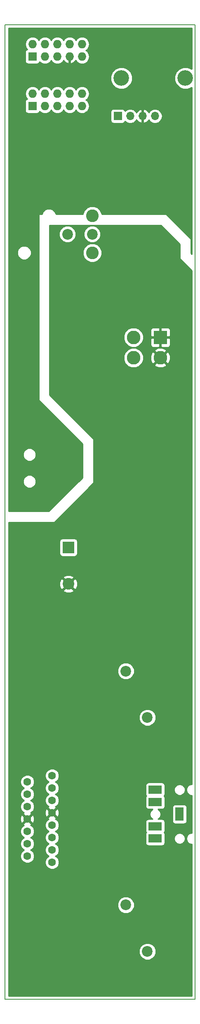
<source format=gbr>
G04 #@! TF.GenerationSoftware,KiCad,Pcbnew,(5.0.0-rc2-dev-311-g1dd4af297)*
G04 #@! TF.CreationDate,2018-05-17T15:00:25+02:00*
G04 #@! TF.ProjectId,resetUSB,72657365745553422E6B696361645F70,1.0*
G04 #@! TF.SameCoordinates,PX6ad8e7cPY2bcdfd4*
G04 #@! TF.FileFunction,Copper,L2,Bot,Signal*
G04 #@! TF.FilePolarity,Positive*
%FSLAX46Y46*%
G04 Gerber Fmt 4.6, Leading zero omitted, Abs format (unit mm)*
G04 Created by KiCad (PCBNEW (5.0.0-rc2-dev-311-g1dd4af297)) date 05/17/18 15:00:25*
%MOMM*%
%LPD*%
G01*
G04 APERTURE LIST*
%ADD10C,0.150000*%
%ADD11C,2.200000*%
%ADD12R,2.800000X2.800000*%
%ADD13C,2.800000*%
%ADD14C,2.600000*%
%ADD15R,2.700000X1.700000*%
%ADD16R,1.700000X2.700000*%
%ADD17C,3.200000*%
%ADD18R,2.400000X2.400000*%
%ADD19C,2.400000*%
%ADD20R,1.727200X1.727200*%
%ADD21O,1.727200X1.727200*%
%ADD22O,1.700000X1.700000*%
%ADD23R,1.700000X1.700000*%
%ADD24C,1.600000*%
%ADD25C,1.300000*%
%ADD26C,0.750000*%
%ADD27C,0.254000*%
G04 APERTURE END LIST*
D10*
X39000000Y0D02*
X39000000Y-200000000D01*
X0Y0D02*
X0Y-200000000D01*
X39000000Y0D02*
X0Y0D01*
X39000000Y-200000000D02*
X0Y-200000000D01*
D11*
X29210000Y-142180000D03*
X24770000Y-132650000D03*
D12*
X31864000Y-64161000D03*
D13*
X31864000Y-68361000D03*
X26364000Y-64161000D03*
X26364000Y-68361000D03*
D11*
X12810000Y-43000000D03*
X17890000Y-43000000D03*
D14*
X17890000Y-46810000D03*
X17890000Y-39190000D03*
D15*
X30814000Y-167000000D03*
X30814000Y-157000000D03*
X30814000Y-164500000D03*
X30814000Y-159500000D03*
D16*
X35814000Y-162000000D03*
D17*
X37000000Y-10973000D03*
X23860000Y-10973000D03*
D18*
X13000000Y-107280000D03*
D19*
X13000000Y-114780000D03*
D11*
X24770000Y-180650000D03*
X29210000Y-190180000D03*
D20*
X5614000Y-6529000D03*
D21*
X5614000Y-3989000D03*
X8154000Y-6529000D03*
X8154000Y-3989000D03*
X10694000Y-6529000D03*
X10694000Y-3989000D03*
X13234000Y-6529000D03*
X13234000Y-3989000D03*
X15774000Y-6529000D03*
X15774000Y-3989000D03*
X15774000Y-14149000D03*
X15774000Y-16689000D03*
X13234000Y-14149000D03*
X13234000Y-16689000D03*
X10694000Y-14149000D03*
X10694000Y-16689000D03*
X8154000Y-14149000D03*
X8154000Y-16689000D03*
X5614000Y-14149000D03*
D20*
X5614000Y-16689000D03*
D22*
X30760000Y-18761000D03*
X28220000Y-18761000D03*
X25680000Y-18761000D03*
D23*
X23140000Y-18761000D03*
D24*
X4550000Y-163000000D03*
X4550000Y-165540000D03*
X4550000Y-168080000D03*
X4550000Y-170620000D03*
X4550000Y-160460000D03*
X4550000Y-157920000D03*
X4550000Y-155380000D03*
X9630000Y-171890000D03*
X9630000Y-169350000D03*
X9630000Y-166810000D03*
X9630000Y-164270000D03*
X9630000Y-161730000D03*
X9630000Y-159190000D03*
X9630000Y-156650000D03*
X9630000Y-154110000D03*
D25*
X36870000Y-35230000D03*
X5293802Y-21854010D03*
X14518000Y-91618000D03*
X17348800Y-20853600D03*
X31748859Y-25547541D03*
X14454207Y-34838191D03*
X33840500Y-52046700D03*
X20106000Y-162738000D03*
X15240000Y-156718000D03*
X15240000Y-169418000D03*
X21704000Y-44730000D03*
X21884000Y-60884000D03*
X24170000Y-42723000D03*
X17566000Y-122606000D03*
D26*
X33840500Y-52046700D02*
X34602500Y-52046700D01*
D27*
G36*
X35873000Y-45052606D02*
X35873000Y-48000000D01*
X35882667Y-48048601D01*
X35910197Y-48089803D01*
X38290000Y-50469606D01*
X38290001Y-155865000D01*
X38088234Y-155865000D01*
X37671074Y-156037793D01*
X37351793Y-156357074D01*
X37179000Y-156774234D01*
X37179000Y-157225766D01*
X37351793Y-157642926D01*
X37671074Y-157962207D01*
X38088234Y-158135000D01*
X38290001Y-158135000D01*
X38290001Y-165865000D01*
X38088234Y-165865000D01*
X37671074Y-166037793D01*
X37351793Y-166357074D01*
X37179000Y-166774234D01*
X37179000Y-167225766D01*
X37351793Y-167642926D01*
X37671074Y-167962207D01*
X38088234Y-168135000D01*
X38290001Y-168135000D01*
X38290001Y-199290000D01*
X710000Y-199290000D01*
X710000Y-189834887D01*
X27475000Y-189834887D01*
X27475000Y-190525113D01*
X27739138Y-191162799D01*
X28227201Y-191650862D01*
X28864887Y-191915000D01*
X29555113Y-191915000D01*
X30192799Y-191650862D01*
X30680862Y-191162799D01*
X30945000Y-190525113D01*
X30945000Y-189834887D01*
X30680862Y-189197201D01*
X30192799Y-188709138D01*
X29555113Y-188445000D01*
X28864887Y-188445000D01*
X28227201Y-188709138D01*
X27739138Y-189197201D01*
X27475000Y-189834887D01*
X710000Y-189834887D01*
X710000Y-180304887D01*
X23035000Y-180304887D01*
X23035000Y-180995113D01*
X23299138Y-181632799D01*
X23787201Y-182120862D01*
X24424887Y-182385000D01*
X25115113Y-182385000D01*
X25752799Y-182120862D01*
X26240862Y-181632799D01*
X26505000Y-180995113D01*
X26505000Y-180304887D01*
X26240862Y-179667201D01*
X25752799Y-179179138D01*
X25115113Y-178915000D01*
X24424887Y-178915000D01*
X23787201Y-179179138D01*
X23299138Y-179667201D01*
X23035000Y-180304887D01*
X710000Y-180304887D01*
X710000Y-165254561D01*
X3115000Y-165254561D01*
X3115000Y-165825439D01*
X3333466Y-166352862D01*
X3737138Y-166756534D01*
X3866216Y-166810000D01*
X3737138Y-166863466D01*
X3333466Y-167267138D01*
X3115000Y-167794561D01*
X3115000Y-168365439D01*
X3333466Y-168892862D01*
X3737138Y-169296534D01*
X3866216Y-169350000D01*
X3737138Y-169403466D01*
X3333466Y-169807138D01*
X3115000Y-170334561D01*
X3115000Y-170905439D01*
X3333466Y-171432862D01*
X3737138Y-171836534D01*
X4264561Y-172055000D01*
X4835439Y-172055000D01*
X5362862Y-171836534D01*
X5766534Y-171432862D01*
X5985000Y-170905439D01*
X5985000Y-170334561D01*
X5766534Y-169807138D01*
X5362862Y-169403466D01*
X5233784Y-169350000D01*
X5362862Y-169296534D01*
X5766534Y-168892862D01*
X5985000Y-168365439D01*
X5985000Y-167794561D01*
X5766534Y-167267138D01*
X5362862Y-166863466D01*
X5233784Y-166810000D01*
X5362862Y-166756534D01*
X5766534Y-166352862D01*
X5985000Y-165825439D01*
X5985000Y-165254561D01*
X5766534Y-164727138D01*
X5362862Y-164323466D01*
X5249417Y-164276475D01*
X5304005Y-164253864D01*
X5378139Y-164007745D01*
X5354956Y-163984561D01*
X8195000Y-163984561D01*
X8195000Y-164555439D01*
X8413466Y-165082862D01*
X8817138Y-165486534D01*
X8946216Y-165540000D01*
X8817138Y-165593466D01*
X8413466Y-165997138D01*
X8195000Y-166524561D01*
X8195000Y-167095439D01*
X8413466Y-167622862D01*
X8817138Y-168026534D01*
X8946216Y-168080000D01*
X8817138Y-168133466D01*
X8413466Y-168537138D01*
X8195000Y-169064561D01*
X8195000Y-169635439D01*
X8413466Y-170162862D01*
X8817138Y-170566534D01*
X8946216Y-170620000D01*
X8817138Y-170673466D01*
X8413466Y-171077138D01*
X8195000Y-171604561D01*
X8195000Y-172175439D01*
X8413466Y-172702862D01*
X8817138Y-173106534D01*
X9344561Y-173325000D01*
X9915439Y-173325000D01*
X10442862Y-173106534D01*
X10846534Y-172702862D01*
X11065000Y-172175439D01*
X11065000Y-171604561D01*
X10846534Y-171077138D01*
X10442862Y-170673466D01*
X10313784Y-170620000D01*
X10442862Y-170566534D01*
X10846534Y-170162862D01*
X11065000Y-169635439D01*
X11065000Y-169064561D01*
X10846534Y-168537138D01*
X10442862Y-168133466D01*
X10313784Y-168080000D01*
X10442862Y-168026534D01*
X10846534Y-167622862D01*
X11065000Y-167095439D01*
X11065000Y-166524561D01*
X10846534Y-165997138D01*
X10442862Y-165593466D01*
X10313784Y-165540000D01*
X10442862Y-165486534D01*
X10846534Y-165082862D01*
X11065000Y-164555439D01*
X11065000Y-163984561D01*
X10846534Y-163457138D01*
X10442862Y-163053466D01*
X10329417Y-163006475D01*
X10384005Y-162983864D01*
X10458139Y-162737745D01*
X9630000Y-161909605D01*
X8801861Y-162737745D01*
X8875995Y-162983864D01*
X8934448Y-163004874D01*
X8817138Y-163053466D01*
X8413466Y-163457138D01*
X8195000Y-163984561D01*
X5354956Y-163984561D01*
X4550000Y-163179605D01*
X3721861Y-164007745D01*
X3795995Y-164253864D01*
X3854448Y-164274874D01*
X3737138Y-164323466D01*
X3333466Y-164727138D01*
X3115000Y-165254561D01*
X710000Y-165254561D01*
X710000Y-162783223D01*
X3103035Y-162783223D01*
X3130222Y-163353454D01*
X3296136Y-163754005D01*
X3542255Y-163828139D01*
X4370395Y-163000000D01*
X4729605Y-163000000D01*
X5557745Y-163828139D01*
X5803864Y-163754005D01*
X5996965Y-163216777D01*
X5969778Y-162646546D01*
X5803864Y-162245995D01*
X5557745Y-162171861D01*
X4729605Y-163000000D01*
X4370395Y-163000000D01*
X3542255Y-162171861D01*
X3296136Y-162245995D01*
X3103035Y-162783223D01*
X710000Y-162783223D01*
X710000Y-155094561D01*
X3115000Y-155094561D01*
X3115000Y-155665439D01*
X3333466Y-156192862D01*
X3737138Y-156596534D01*
X3866216Y-156650000D01*
X3737138Y-156703466D01*
X3333466Y-157107138D01*
X3115000Y-157634561D01*
X3115000Y-158205439D01*
X3333466Y-158732862D01*
X3737138Y-159136534D01*
X3866216Y-159190000D01*
X3737138Y-159243466D01*
X3333466Y-159647138D01*
X3115000Y-160174561D01*
X3115000Y-160745439D01*
X3333466Y-161272862D01*
X3737138Y-161676534D01*
X3850583Y-161723525D01*
X3795995Y-161746136D01*
X3721861Y-161992255D01*
X4550000Y-162820395D01*
X5378139Y-161992255D01*
X5304005Y-161746136D01*
X5245552Y-161725126D01*
X5362862Y-161676534D01*
X5526173Y-161513223D01*
X8183035Y-161513223D01*
X8210222Y-162083454D01*
X8376136Y-162484005D01*
X8622255Y-162558139D01*
X9450395Y-161730000D01*
X9809605Y-161730000D01*
X10637745Y-162558139D01*
X10883864Y-162484005D01*
X11076965Y-161946777D01*
X11049778Y-161376546D01*
X10883864Y-160975995D01*
X10637745Y-160901861D01*
X9809605Y-161730000D01*
X9450395Y-161730000D01*
X8622255Y-160901861D01*
X8376136Y-160975995D01*
X8183035Y-161513223D01*
X5526173Y-161513223D01*
X5766534Y-161272862D01*
X5985000Y-160745439D01*
X5985000Y-160174561D01*
X5766534Y-159647138D01*
X5362862Y-159243466D01*
X5233784Y-159190000D01*
X5362862Y-159136534D01*
X5766534Y-158732862D01*
X5985000Y-158205439D01*
X5985000Y-157634561D01*
X5766534Y-157107138D01*
X5362862Y-156703466D01*
X5233784Y-156650000D01*
X5362862Y-156596534D01*
X5766534Y-156192862D01*
X5985000Y-155665439D01*
X5985000Y-155094561D01*
X5766534Y-154567138D01*
X5362862Y-154163466D01*
X4835439Y-153945000D01*
X4264561Y-153945000D01*
X3737138Y-154163466D01*
X3333466Y-154567138D01*
X3115000Y-155094561D01*
X710000Y-155094561D01*
X710000Y-153824561D01*
X8195000Y-153824561D01*
X8195000Y-154395439D01*
X8413466Y-154922862D01*
X8817138Y-155326534D01*
X8946216Y-155380000D01*
X8817138Y-155433466D01*
X8413466Y-155837138D01*
X8195000Y-156364561D01*
X8195000Y-156935439D01*
X8413466Y-157462862D01*
X8817138Y-157866534D01*
X8946216Y-157920000D01*
X8817138Y-157973466D01*
X8413466Y-158377138D01*
X8195000Y-158904561D01*
X8195000Y-159475439D01*
X8413466Y-160002862D01*
X8817138Y-160406534D01*
X8930583Y-160453525D01*
X8875995Y-160476136D01*
X8801861Y-160722255D01*
X9630000Y-161550395D01*
X10458139Y-160722255D01*
X10384005Y-160476136D01*
X10325552Y-160455126D01*
X10442862Y-160406534D01*
X10846534Y-160002862D01*
X11065000Y-159475439D01*
X11065000Y-158904561D01*
X10846534Y-158377138D01*
X10442862Y-157973466D01*
X10313784Y-157920000D01*
X10442862Y-157866534D01*
X10846534Y-157462862D01*
X11065000Y-156935439D01*
X11065000Y-156364561D01*
X10976126Y-156150000D01*
X28816560Y-156150000D01*
X28816560Y-157850000D01*
X28865843Y-158097765D01*
X28967564Y-158250000D01*
X28865843Y-158402235D01*
X28816560Y-158650000D01*
X28816560Y-160350000D01*
X28865843Y-160597765D01*
X29006191Y-160807809D01*
X29216235Y-160948157D01*
X29464000Y-160997440D01*
X30268495Y-160997440D01*
X30171074Y-161037793D01*
X29851793Y-161357074D01*
X29679000Y-161774234D01*
X29679000Y-162225766D01*
X29851793Y-162642926D01*
X30171074Y-162962207D01*
X30268495Y-163002560D01*
X29464000Y-163002560D01*
X29216235Y-163051843D01*
X29006191Y-163192191D01*
X28865843Y-163402235D01*
X28816560Y-163650000D01*
X28816560Y-165350000D01*
X28865843Y-165597765D01*
X28967564Y-165750000D01*
X28865843Y-165902235D01*
X28816560Y-166150000D01*
X28816560Y-167850000D01*
X28865843Y-168097765D01*
X29006191Y-168307809D01*
X29216235Y-168448157D01*
X29464000Y-168497440D01*
X32164000Y-168497440D01*
X32411765Y-168448157D01*
X32621809Y-168307809D01*
X32762157Y-168097765D01*
X32811440Y-167850000D01*
X32811440Y-166774234D01*
X34679000Y-166774234D01*
X34679000Y-167225766D01*
X34851793Y-167642926D01*
X35171074Y-167962207D01*
X35588234Y-168135000D01*
X36039766Y-168135000D01*
X36456926Y-167962207D01*
X36776207Y-167642926D01*
X36949000Y-167225766D01*
X36949000Y-166774234D01*
X36776207Y-166357074D01*
X36456926Y-166037793D01*
X36039766Y-165865000D01*
X35588234Y-165865000D01*
X35171074Y-166037793D01*
X34851793Y-166357074D01*
X34679000Y-166774234D01*
X32811440Y-166774234D01*
X32811440Y-166150000D01*
X32762157Y-165902235D01*
X32660436Y-165750000D01*
X32762157Y-165597765D01*
X32811440Y-165350000D01*
X32811440Y-163650000D01*
X32762157Y-163402235D01*
X32621809Y-163192191D01*
X32411765Y-163051843D01*
X32164000Y-163002560D01*
X31359505Y-163002560D01*
X31456926Y-162962207D01*
X31776207Y-162642926D01*
X31949000Y-162225766D01*
X31949000Y-161774234D01*
X31776207Y-161357074D01*
X31456926Y-161037793D01*
X31359505Y-160997440D01*
X32164000Y-160997440D01*
X32411765Y-160948157D01*
X32621809Y-160807809D01*
X32727254Y-160650000D01*
X34316560Y-160650000D01*
X34316560Y-163350000D01*
X34365843Y-163597765D01*
X34506191Y-163807809D01*
X34716235Y-163948157D01*
X34964000Y-163997440D01*
X36664000Y-163997440D01*
X36911765Y-163948157D01*
X37121809Y-163807809D01*
X37262157Y-163597765D01*
X37311440Y-163350000D01*
X37311440Y-160650000D01*
X37262157Y-160402235D01*
X37121809Y-160192191D01*
X36911765Y-160051843D01*
X36664000Y-160002560D01*
X34964000Y-160002560D01*
X34716235Y-160051843D01*
X34506191Y-160192191D01*
X34365843Y-160402235D01*
X34316560Y-160650000D01*
X32727254Y-160650000D01*
X32762157Y-160597765D01*
X32811440Y-160350000D01*
X32811440Y-158650000D01*
X32762157Y-158402235D01*
X32660436Y-158250000D01*
X32762157Y-158097765D01*
X32811440Y-157850000D01*
X32811440Y-156774234D01*
X34679000Y-156774234D01*
X34679000Y-157225766D01*
X34851793Y-157642926D01*
X35171074Y-157962207D01*
X35588234Y-158135000D01*
X36039766Y-158135000D01*
X36456926Y-157962207D01*
X36776207Y-157642926D01*
X36949000Y-157225766D01*
X36949000Y-156774234D01*
X36776207Y-156357074D01*
X36456926Y-156037793D01*
X36039766Y-155865000D01*
X35588234Y-155865000D01*
X35171074Y-156037793D01*
X34851793Y-156357074D01*
X34679000Y-156774234D01*
X32811440Y-156774234D01*
X32811440Y-156150000D01*
X32762157Y-155902235D01*
X32621809Y-155692191D01*
X32411765Y-155551843D01*
X32164000Y-155502560D01*
X29464000Y-155502560D01*
X29216235Y-155551843D01*
X29006191Y-155692191D01*
X28865843Y-155902235D01*
X28816560Y-156150000D01*
X10976126Y-156150000D01*
X10846534Y-155837138D01*
X10442862Y-155433466D01*
X10313784Y-155380000D01*
X10442862Y-155326534D01*
X10846534Y-154922862D01*
X11065000Y-154395439D01*
X11065000Y-153824561D01*
X10846534Y-153297138D01*
X10442862Y-152893466D01*
X9915439Y-152675000D01*
X9344561Y-152675000D01*
X8817138Y-152893466D01*
X8413466Y-153297138D01*
X8195000Y-153824561D01*
X710000Y-153824561D01*
X710000Y-141834887D01*
X27475000Y-141834887D01*
X27475000Y-142525113D01*
X27739138Y-143162799D01*
X28227201Y-143650862D01*
X28864887Y-143915000D01*
X29555113Y-143915000D01*
X30192799Y-143650862D01*
X30680862Y-143162799D01*
X30945000Y-142525113D01*
X30945000Y-141834887D01*
X30680862Y-141197201D01*
X30192799Y-140709138D01*
X29555113Y-140445000D01*
X28864887Y-140445000D01*
X28227201Y-140709138D01*
X27739138Y-141197201D01*
X27475000Y-141834887D01*
X710000Y-141834887D01*
X710000Y-132304887D01*
X23035000Y-132304887D01*
X23035000Y-132995113D01*
X23299138Y-133632799D01*
X23787201Y-134120862D01*
X24424887Y-134385000D01*
X25115113Y-134385000D01*
X25752799Y-134120862D01*
X26240862Y-133632799D01*
X26505000Y-132995113D01*
X26505000Y-132304887D01*
X26240862Y-131667201D01*
X25752799Y-131179138D01*
X25115113Y-130915000D01*
X24424887Y-130915000D01*
X23787201Y-131179138D01*
X23299138Y-131667201D01*
X23035000Y-132304887D01*
X710000Y-132304887D01*
X710000Y-116077175D01*
X11882430Y-116077175D01*
X12005565Y-116364788D01*
X12687734Y-116624707D01*
X13417443Y-116603786D01*
X13994435Y-116364788D01*
X14117570Y-116077175D01*
X13000000Y-114959605D01*
X11882430Y-116077175D01*
X710000Y-116077175D01*
X710000Y-114467734D01*
X11155293Y-114467734D01*
X11176214Y-115197443D01*
X11415212Y-115774435D01*
X11702825Y-115897570D01*
X12820395Y-114780000D01*
X13179605Y-114780000D01*
X14297175Y-115897570D01*
X14584788Y-115774435D01*
X14844707Y-115092266D01*
X14823786Y-114362557D01*
X14584788Y-113785565D01*
X14297175Y-113662430D01*
X13179605Y-114780000D01*
X12820395Y-114780000D01*
X11702825Y-113662430D01*
X11415212Y-113785565D01*
X11155293Y-114467734D01*
X710000Y-114467734D01*
X710000Y-113482825D01*
X11882430Y-113482825D01*
X13000000Y-114600395D01*
X14117570Y-113482825D01*
X13994435Y-113195212D01*
X13312266Y-112935293D01*
X12582557Y-112956214D01*
X12005565Y-113195212D01*
X11882430Y-113482825D01*
X710000Y-113482825D01*
X710000Y-106080000D01*
X11152560Y-106080000D01*
X11152560Y-108480000D01*
X11201843Y-108727765D01*
X11342191Y-108937809D01*
X11552235Y-109078157D01*
X11800000Y-109127440D01*
X14200000Y-109127440D01*
X14447765Y-109078157D01*
X14657809Y-108937809D01*
X14798157Y-108727765D01*
X14847440Y-108480000D01*
X14847440Y-106080000D01*
X14798157Y-105832235D01*
X14657809Y-105622191D01*
X14447765Y-105481843D01*
X14200000Y-105432560D01*
X11800000Y-105432560D01*
X11552235Y-105481843D01*
X11342191Y-105622191D01*
X11201843Y-105832235D01*
X11152560Y-106080000D01*
X710000Y-106080000D01*
X710000Y-102127000D01*
X10000000Y-102127000D01*
X10048601Y-102117333D01*
X10089803Y-102089803D01*
X18089803Y-94089803D01*
X18117333Y-94048601D01*
X18127000Y-94000000D01*
X18127000Y-85000000D01*
X18117333Y-84951399D01*
X18089803Y-84910197D01*
X9127000Y-75947394D01*
X9127000Y-67956213D01*
X24329000Y-67956213D01*
X24329000Y-68765787D01*
X24638810Y-69513735D01*
X25211265Y-70086190D01*
X25959213Y-70396000D01*
X26768787Y-70396000D01*
X27516735Y-70086190D01*
X27800201Y-69802724D01*
X30601882Y-69802724D01*
X30749455Y-70111106D01*
X31504031Y-70404405D01*
X32313409Y-70386614D01*
X32978545Y-70111106D01*
X33126118Y-69802724D01*
X31864000Y-68540605D01*
X30601882Y-69802724D01*
X27800201Y-69802724D01*
X28089190Y-69513735D01*
X28399000Y-68765787D01*
X28399000Y-68001031D01*
X29820595Y-68001031D01*
X29838386Y-68810409D01*
X30113894Y-69475545D01*
X30422276Y-69623118D01*
X31684395Y-68361000D01*
X32043605Y-68361000D01*
X33305724Y-69623118D01*
X33614106Y-69475545D01*
X33907405Y-68720969D01*
X33889614Y-67911591D01*
X33614106Y-67246455D01*
X33305724Y-67098882D01*
X32043605Y-68361000D01*
X31684395Y-68361000D01*
X30422276Y-67098882D01*
X30113894Y-67246455D01*
X29820595Y-68001031D01*
X28399000Y-68001031D01*
X28399000Y-67956213D01*
X28089190Y-67208265D01*
X27800201Y-66919276D01*
X30601882Y-66919276D01*
X31864000Y-68181395D01*
X33126118Y-66919276D01*
X32978545Y-66610894D01*
X32223969Y-66317595D01*
X31414591Y-66335386D01*
X30749455Y-66610894D01*
X30601882Y-66919276D01*
X27800201Y-66919276D01*
X27516735Y-66635810D01*
X26768787Y-66326000D01*
X25959213Y-66326000D01*
X25211265Y-66635810D01*
X24638810Y-67208265D01*
X24329000Y-67956213D01*
X9127000Y-67956213D01*
X9127000Y-63756213D01*
X24329000Y-63756213D01*
X24329000Y-64565787D01*
X24638810Y-65313735D01*
X25211265Y-65886190D01*
X25959213Y-66196000D01*
X26768787Y-66196000D01*
X27516735Y-65886190D01*
X28089190Y-65313735D01*
X28399000Y-64565787D01*
X28399000Y-64446750D01*
X29829000Y-64446750D01*
X29829000Y-65687309D01*
X29925673Y-65920698D01*
X30104301Y-66099327D01*
X30337690Y-66196000D01*
X31578250Y-66196000D01*
X31737000Y-66037250D01*
X31737000Y-64288000D01*
X31991000Y-64288000D01*
X31991000Y-66037250D01*
X32149750Y-66196000D01*
X33390310Y-66196000D01*
X33623699Y-66099327D01*
X33802327Y-65920698D01*
X33899000Y-65687309D01*
X33899000Y-64446750D01*
X33740250Y-64288000D01*
X31991000Y-64288000D01*
X31737000Y-64288000D01*
X29987750Y-64288000D01*
X29829000Y-64446750D01*
X28399000Y-64446750D01*
X28399000Y-63756213D01*
X28089190Y-63008265D01*
X27715616Y-62634691D01*
X29829000Y-62634691D01*
X29829000Y-63875250D01*
X29987750Y-64034000D01*
X31737000Y-64034000D01*
X31737000Y-62284750D01*
X31991000Y-62284750D01*
X31991000Y-64034000D01*
X33740250Y-64034000D01*
X33899000Y-63875250D01*
X33899000Y-62634691D01*
X33802327Y-62401302D01*
X33623699Y-62222673D01*
X33390310Y-62126000D01*
X32149750Y-62126000D01*
X31991000Y-62284750D01*
X31737000Y-62284750D01*
X31578250Y-62126000D01*
X30337690Y-62126000D01*
X30104301Y-62222673D01*
X29925673Y-62401302D01*
X29829000Y-62634691D01*
X27715616Y-62634691D01*
X27516735Y-62435810D01*
X26768787Y-62126000D01*
X25959213Y-62126000D01*
X25211265Y-62435810D01*
X24638810Y-63008265D01*
X24329000Y-63756213D01*
X9127000Y-63756213D01*
X9127000Y-46425105D01*
X15955000Y-46425105D01*
X15955000Y-47194895D01*
X16249586Y-47906090D01*
X16793910Y-48450414D01*
X17505105Y-48745000D01*
X18274895Y-48745000D01*
X18986090Y-48450414D01*
X19530414Y-47906090D01*
X19825000Y-47194895D01*
X19825000Y-46425105D01*
X19530414Y-45713910D01*
X18986090Y-45169586D01*
X18274895Y-44875000D01*
X17505105Y-44875000D01*
X16793910Y-45169586D01*
X16249586Y-45713910D01*
X15955000Y-46425105D01*
X9127000Y-46425105D01*
X9127000Y-42654887D01*
X11075000Y-42654887D01*
X11075000Y-43345113D01*
X11339138Y-43982799D01*
X11827201Y-44470862D01*
X12464887Y-44735000D01*
X13155113Y-44735000D01*
X13792799Y-44470862D01*
X14280862Y-43982799D01*
X14545000Y-43345113D01*
X14545000Y-42654887D01*
X16155000Y-42654887D01*
X16155000Y-43345113D01*
X16419138Y-43982799D01*
X16907201Y-44470862D01*
X17544887Y-44735000D01*
X18235113Y-44735000D01*
X18872799Y-44470862D01*
X19360862Y-43982799D01*
X19625000Y-43345113D01*
X19625000Y-42654887D01*
X19360862Y-42017201D01*
X18872799Y-41529138D01*
X18235113Y-41265000D01*
X17544887Y-41265000D01*
X16907201Y-41529138D01*
X16419138Y-42017201D01*
X16155000Y-42654887D01*
X14545000Y-42654887D01*
X14280862Y-42017201D01*
X13792799Y-41529138D01*
X13155113Y-41265000D01*
X12464887Y-41265000D01*
X11827201Y-41529138D01*
X11339138Y-42017201D01*
X11075000Y-42654887D01*
X9127000Y-42654887D01*
X9127000Y-41127000D01*
X31947394Y-41127000D01*
X35873000Y-45052606D01*
X35873000Y-45052606D01*
G37*
X35873000Y-45052606D02*
X35873000Y-48000000D01*
X35882667Y-48048601D01*
X35910197Y-48089803D01*
X38290000Y-50469606D01*
X38290001Y-155865000D01*
X38088234Y-155865000D01*
X37671074Y-156037793D01*
X37351793Y-156357074D01*
X37179000Y-156774234D01*
X37179000Y-157225766D01*
X37351793Y-157642926D01*
X37671074Y-157962207D01*
X38088234Y-158135000D01*
X38290001Y-158135000D01*
X38290001Y-165865000D01*
X38088234Y-165865000D01*
X37671074Y-166037793D01*
X37351793Y-166357074D01*
X37179000Y-166774234D01*
X37179000Y-167225766D01*
X37351793Y-167642926D01*
X37671074Y-167962207D01*
X38088234Y-168135000D01*
X38290001Y-168135000D01*
X38290001Y-199290000D01*
X710000Y-199290000D01*
X710000Y-189834887D01*
X27475000Y-189834887D01*
X27475000Y-190525113D01*
X27739138Y-191162799D01*
X28227201Y-191650862D01*
X28864887Y-191915000D01*
X29555113Y-191915000D01*
X30192799Y-191650862D01*
X30680862Y-191162799D01*
X30945000Y-190525113D01*
X30945000Y-189834887D01*
X30680862Y-189197201D01*
X30192799Y-188709138D01*
X29555113Y-188445000D01*
X28864887Y-188445000D01*
X28227201Y-188709138D01*
X27739138Y-189197201D01*
X27475000Y-189834887D01*
X710000Y-189834887D01*
X710000Y-180304887D01*
X23035000Y-180304887D01*
X23035000Y-180995113D01*
X23299138Y-181632799D01*
X23787201Y-182120862D01*
X24424887Y-182385000D01*
X25115113Y-182385000D01*
X25752799Y-182120862D01*
X26240862Y-181632799D01*
X26505000Y-180995113D01*
X26505000Y-180304887D01*
X26240862Y-179667201D01*
X25752799Y-179179138D01*
X25115113Y-178915000D01*
X24424887Y-178915000D01*
X23787201Y-179179138D01*
X23299138Y-179667201D01*
X23035000Y-180304887D01*
X710000Y-180304887D01*
X710000Y-165254561D01*
X3115000Y-165254561D01*
X3115000Y-165825439D01*
X3333466Y-166352862D01*
X3737138Y-166756534D01*
X3866216Y-166810000D01*
X3737138Y-166863466D01*
X3333466Y-167267138D01*
X3115000Y-167794561D01*
X3115000Y-168365439D01*
X3333466Y-168892862D01*
X3737138Y-169296534D01*
X3866216Y-169350000D01*
X3737138Y-169403466D01*
X3333466Y-169807138D01*
X3115000Y-170334561D01*
X3115000Y-170905439D01*
X3333466Y-171432862D01*
X3737138Y-171836534D01*
X4264561Y-172055000D01*
X4835439Y-172055000D01*
X5362862Y-171836534D01*
X5766534Y-171432862D01*
X5985000Y-170905439D01*
X5985000Y-170334561D01*
X5766534Y-169807138D01*
X5362862Y-169403466D01*
X5233784Y-169350000D01*
X5362862Y-169296534D01*
X5766534Y-168892862D01*
X5985000Y-168365439D01*
X5985000Y-167794561D01*
X5766534Y-167267138D01*
X5362862Y-166863466D01*
X5233784Y-166810000D01*
X5362862Y-166756534D01*
X5766534Y-166352862D01*
X5985000Y-165825439D01*
X5985000Y-165254561D01*
X5766534Y-164727138D01*
X5362862Y-164323466D01*
X5249417Y-164276475D01*
X5304005Y-164253864D01*
X5378139Y-164007745D01*
X5354956Y-163984561D01*
X8195000Y-163984561D01*
X8195000Y-164555439D01*
X8413466Y-165082862D01*
X8817138Y-165486534D01*
X8946216Y-165540000D01*
X8817138Y-165593466D01*
X8413466Y-165997138D01*
X8195000Y-166524561D01*
X8195000Y-167095439D01*
X8413466Y-167622862D01*
X8817138Y-168026534D01*
X8946216Y-168080000D01*
X8817138Y-168133466D01*
X8413466Y-168537138D01*
X8195000Y-169064561D01*
X8195000Y-169635439D01*
X8413466Y-170162862D01*
X8817138Y-170566534D01*
X8946216Y-170620000D01*
X8817138Y-170673466D01*
X8413466Y-171077138D01*
X8195000Y-171604561D01*
X8195000Y-172175439D01*
X8413466Y-172702862D01*
X8817138Y-173106534D01*
X9344561Y-173325000D01*
X9915439Y-173325000D01*
X10442862Y-173106534D01*
X10846534Y-172702862D01*
X11065000Y-172175439D01*
X11065000Y-171604561D01*
X10846534Y-171077138D01*
X10442862Y-170673466D01*
X10313784Y-170620000D01*
X10442862Y-170566534D01*
X10846534Y-170162862D01*
X11065000Y-169635439D01*
X11065000Y-169064561D01*
X10846534Y-168537138D01*
X10442862Y-168133466D01*
X10313784Y-168080000D01*
X10442862Y-168026534D01*
X10846534Y-167622862D01*
X11065000Y-167095439D01*
X11065000Y-166524561D01*
X10846534Y-165997138D01*
X10442862Y-165593466D01*
X10313784Y-165540000D01*
X10442862Y-165486534D01*
X10846534Y-165082862D01*
X11065000Y-164555439D01*
X11065000Y-163984561D01*
X10846534Y-163457138D01*
X10442862Y-163053466D01*
X10329417Y-163006475D01*
X10384005Y-162983864D01*
X10458139Y-162737745D01*
X9630000Y-161909605D01*
X8801861Y-162737745D01*
X8875995Y-162983864D01*
X8934448Y-163004874D01*
X8817138Y-163053466D01*
X8413466Y-163457138D01*
X8195000Y-163984561D01*
X5354956Y-163984561D01*
X4550000Y-163179605D01*
X3721861Y-164007745D01*
X3795995Y-164253864D01*
X3854448Y-164274874D01*
X3737138Y-164323466D01*
X3333466Y-164727138D01*
X3115000Y-165254561D01*
X710000Y-165254561D01*
X710000Y-162783223D01*
X3103035Y-162783223D01*
X3130222Y-163353454D01*
X3296136Y-163754005D01*
X3542255Y-163828139D01*
X4370395Y-163000000D01*
X4729605Y-163000000D01*
X5557745Y-163828139D01*
X5803864Y-163754005D01*
X5996965Y-163216777D01*
X5969778Y-162646546D01*
X5803864Y-162245995D01*
X5557745Y-162171861D01*
X4729605Y-163000000D01*
X4370395Y-163000000D01*
X3542255Y-162171861D01*
X3296136Y-162245995D01*
X3103035Y-162783223D01*
X710000Y-162783223D01*
X710000Y-155094561D01*
X3115000Y-155094561D01*
X3115000Y-155665439D01*
X3333466Y-156192862D01*
X3737138Y-156596534D01*
X3866216Y-156650000D01*
X3737138Y-156703466D01*
X3333466Y-157107138D01*
X3115000Y-157634561D01*
X3115000Y-158205439D01*
X3333466Y-158732862D01*
X3737138Y-159136534D01*
X3866216Y-159190000D01*
X3737138Y-159243466D01*
X3333466Y-159647138D01*
X3115000Y-160174561D01*
X3115000Y-160745439D01*
X3333466Y-161272862D01*
X3737138Y-161676534D01*
X3850583Y-161723525D01*
X3795995Y-161746136D01*
X3721861Y-161992255D01*
X4550000Y-162820395D01*
X5378139Y-161992255D01*
X5304005Y-161746136D01*
X5245552Y-161725126D01*
X5362862Y-161676534D01*
X5526173Y-161513223D01*
X8183035Y-161513223D01*
X8210222Y-162083454D01*
X8376136Y-162484005D01*
X8622255Y-162558139D01*
X9450395Y-161730000D01*
X9809605Y-161730000D01*
X10637745Y-162558139D01*
X10883864Y-162484005D01*
X11076965Y-161946777D01*
X11049778Y-161376546D01*
X10883864Y-160975995D01*
X10637745Y-160901861D01*
X9809605Y-161730000D01*
X9450395Y-161730000D01*
X8622255Y-160901861D01*
X8376136Y-160975995D01*
X8183035Y-161513223D01*
X5526173Y-161513223D01*
X5766534Y-161272862D01*
X5985000Y-160745439D01*
X5985000Y-160174561D01*
X5766534Y-159647138D01*
X5362862Y-159243466D01*
X5233784Y-159190000D01*
X5362862Y-159136534D01*
X5766534Y-158732862D01*
X5985000Y-158205439D01*
X5985000Y-157634561D01*
X5766534Y-157107138D01*
X5362862Y-156703466D01*
X5233784Y-156650000D01*
X5362862Y-156596534D01*
X5766534Y-156192862D01*
X5985000Y-155665439D01*
X5985000Y-155094561D01*
X5766534Y-154567138D01*
X5362862Y-154163466D01*
X4835439Y-153945000D01*
X4264561Y-153945000D01*
X3737138Y-154163466D01*
X3333466Y-154567138D01*
X3115000Y-155094561D01*
X710000Y-155094561D01*
X710000Y-153824561D01*
X8195000Y-153824561D01*
X8195000Y-154395439D01*
X8413466Y-154922862D01*
X8817138Y-155326534D01*
X8946216Y-155380000D01*
X8817138Y-155433466D01*
X8413466Y-155837138D01*
X8195000Y-156364561D01*
X8195000Y-156935439D01*
X8413466Y-157462862D01*
X8817138Y-157866534D01*
X8946216Y-157920000D01*
X8817138Y-157973466D01*
X8413466Y-158377138D01*
X8195000Y-158904561D01*
X8195000Y-159475439D01*
X8413466Y-160002862D01*
X8817138Y-160406534D01*
X8930583Y-160453525D01*
X8875995Y-160476136D01*
X8801861Y-160722255D01*
X9630000Y-161550395D01*
X10458139Y-160722255D01*
X10384005Y-160476136D01*
X10325552Y-160455126D01*
X10442862Y-160406534D01*
X10846534Y-160002862D01*
X11065000Y-159475439D01*
X11065000Y-158904561D01*
X10846534Y-158377138D01*
X10442862Y-157973466D01*
X10313784Y-157920000D01*
X10442862Y-157866534D01*
X10846534Y-157462862D01*
X11065000Y-156935439D01*
X11065000Y-156364561D01*
X10976126Y-156150000D01*
X28816560Y-156150000D01*
X28816560Y-157850000D01*
X28865843Y-158097765D01*
X28967564Y-158250000D01*
X28865843Y-158402235D01*
X28816560Y-158650000D01*
X28816560Y-160350000D01*
X28865843Y-160597765D01*
X29006191Y-160807809D01*
X29216235Y-160948157D01*
X29464000Y-160997440D01*
X30268495Y-160997440D01*
X30171074Y-161037793D01*
X29851793Y-161357074D01*
X29679000Y-161774234D01*
X29679000Y-162225766D01*
X29851793Y-162642926D01*
X30171074Y-162962207D01*
X30268495Y-163002560D01*
X29464000Y-163002560D01*
X29216235Y-163051843D01*
X29006191Y-163192191D01*
X28865843Y-163402235D01*
X28816560Y-163650000D01*
X28816560Y-165350000D01*
X28865843Y-165597765D01*
X28967564Y-165750000D01*
X28865843Y-165902235D01*
X28816560Y-166150000D01*
X28816560Y-167850000D01*
X28865843Y-168097765D01*
X29006191Y-168307809D01*
X29216235Y-168448157D01*
X29464000Y-168497440D01*
X32164000Y-168497440D01*
X32411765Y-168448157D01*
X32621809Y-168307809D01*
X32762157Y-168097765D01*
X32811440Y-167850000D01*
X32811440Y-166774234D01*
X34679000Y-166774234D01*
X34679000Y-167225766D01*
X34851793Y-167642926D01*
X35171074Y-167962207D01*
X35588234Y-168135000D01*
X36039766Y-168135000D01*
X36456926Y-167962207D01*
X36776207Y-167642926D01*
X36949000Y-167225766D01*
X36949000Y-166774234D01*
X36776207Y-166357074D01*
X36456926Y-166037793D01*
X36039766Y-165865000D01*
X35588234Y-165865000D01*
X35171074Y-166037793D01*
X34851793Y-166357074D01*
X34679000Y-166774234D01*
X32811440Y-166774234D01*
X32811440Y-166150000D01*
X32762157Y-165902235D01*
X32660436Y-165750000D01*
X32762157Y-165597765D01*
X32811440Y-165350000D01*
X32811440Y-163650000D01*
X32762157Y-163402235D01*
X32621809Y-163192191D01*
X32411765Y-163051843D01*
X32164000Y-163002560D01*
X31359505Y-163002560D01*
X31456926Y-162962207D01*
X31776207Y-162642926D01*
X31949000Y-162225766D01*
X31949000Y-161774234D01*
X31776207Y-161357074D01*
X31456926Y-161037793D01*
X31359505Y-160997440D01*
X32164000Y-160997440D01*
X32411765Y-160948157D01*
X32621809Y-160807809D01*
X32727254Y-160650000D01*
X34316560Y-160650000D01*
X34316560Y-163350000D01*
X34365843Y-163597765D01*
X34506191Y-163807809D01*
X34716235Y-163948157D01*
X34964000Y-163997440D01*
X36664000Y-163997440D01*
X36911765Y-163948157D01*
X37121809Y-163807809D01*
X37262157Y-163597765D01*
X37311440Y-163350000D01*
X37311440Y-160650000D01*
X37262157Y-160402235D01*
X37121809Y-160192191D01*
X36911765Y-160051843D01*
X36664000Y-160002560D01*
X34964000Y-160002560D01*
X34716235Y-160051843D01*
X34506191Y-160192191D01*
X34365843Y-160402235D01*
X34316560Y-160650000D01*
X32727254Y-160650000D01*
X32762157Y-160597765D01*
X32811440Y-160350000D01*
X32811440Y-158650000D01*
X32762157Y-158402235D01*
X32660436Y-158250000D01*
X32762157Y-158097765D01*
X32811440Y-157850000D01*
X32811440Y-156774234D01*
X34679000Y-156774234D01*
X34679000Y-157225766D01*
X34851793Y-157642926D01*
X35171074Y-157962207D01*
X35588234Y-158135000D01*
X36039766Y-158135000D01*
X36456926Y-157962207D01*
X36776207Y-157642926D01*
X36949000Y-157225766D01*
X36949000Y-156774234D01*
X36776207Y-156357074D01*
X36456926Y-156037793D01*
X36039766Y-155865000D01*
X35588234Y-155865000D01*
X35171074Y-156037793D01*
X34851793Y-156357074D01*
X34679000Y-156774234D01*
X32811440Y-156774234D01*
X32811440Y-156150000D01*
X32762157Y-155902235D01*
X32621809Y-155692191D01*
X32411765Y-155551843D01*
X32164000Y-155502560D01*
X29464000Y-155502560D01*
X29216235Y-155551843D01*
X29006191Y-155692191D01*
X28865843Y-155902235D01*
X28816560Y-156150000D01*
X10976126Y-156150000D01*
X10846534Y-155837138D01*
X10442862Y-155433466D01*
X10313784Y-155380000D01*
X10442862Y-155326534D01*
X10846534Y-154922862D01*
X11065000Y-154395439D01*
X11065000Y-153824561D01*
X10846534Y-153297138D01*
X10442862Y-152893466D01*
X9915439Y-152675000D01*
X9344561Y-152675000D01*
X8817138Y-152893466D01*
X8413466Y-153297138D01*
X8195000Y-153824561D01*
X710000Y-153824561D01*
X710000Y-141834887D01*
X27475000Y-141834887D01*
X27475000Y-142525113D01*
X27739138Y-143162799D01*
X28227201Y-143650862D01*
X28864887Y-143915000D01*
X29555113Y-143915000D01*
X30192799Y-143650862D01*
X30680862Y-143162799D01*
X30945000Y-142525113D01*
X30945000Y-141834887D01*
X30680862Y-141197201D01*
X30192799Y-140709138D01*
X29555113Y-140445000D01*
X28864887Y-140445000D01*
X28227201Y-140709138D01*
X27739138Y-141197201D01*
X27475000Y-141834887D01*
X710000Y-141834887D01*
X710000Y-132304887D01*
X23035000Y-132304887D01*
X23035000Y-132995113D01*
X23299138Y-133632799D01*
X23787201Y-134120862D01*
X24424887Y-134385000D01*
X25115113Y-134385000D01*
X25752799Y-134120862D01*
X26240862Y-133632799D01*
X26505000Y-132995113D01*
X26505000Y-132304887D01*
X26240862Y-131667201D01*
X25752799Y-131179138D01*
X25115113Y-130915000D01*
X24424887Y-130915000D01*
X23787201Y-131179138D01*
X23299138Y-131667201D01*
X23035000Y-132304887D01*
X710000Y-132304887D01*
X710000Y-116077175D01*
X11882430Y-116077175D01*
X12005565Y-116364788D01*
X12687734Y-116624707D01*
X13417443Y-116603786D01*
X13994435Y-116364788D01*
X14117570Y-116077175D01*
X13000000Y-114959605D01*
X11882430Y-116077175D01*
X710000Y-116077175D01*
X710000Y-114467734D01*
X11155293Y-114467734D01*
X11176214Y-115197443D01*
X11415212Y-115774435D01*
X11702825Y-115897570D01*
X12820395Y-114780000D01*
X13179605Y-114780000D01*
X14297175Y-115897570D01*
X14584788Y-115774435D01*
X14844707Y-115092266D01*
X14823786Y-114362557D01*
X14584788Y-113785565D01*
X14297175Y-113662430D01*
X13179605Y-114780000D01*
X12820395Y-114780000D01*
X11702825Y-113662430D01*
X11415212Y-113785565D01*
X11155293Y-114467734D01*
X710000Y-114467734D01*
X710000Y-113482825D01*
X11882430Y-113482825D01*
X13000000Y-114600395D01*
X14117570Y-113482825D01*
X13994435Y-113195212D01*
X13312266Y-112935293D01*
X12582557Y-112956214D01*
X12005565Y-113195212D01*
X11882430Y-113482825D01*
X710000Y-113482825D01*
X710000Y-106080000D01*
X11152560Y-106080000D01*
X11152560Y-108480000D01*
X11201843Y-108727765D01*
X11342191Y-108937809D01*
X11552235Y-109078157D01*
X11800000Y-109127440D01*
X14200000Y-109127440D01*
X14447765Y-109078157D01*
X14657809Y-108937809D01*
X14798157Y-108727765D01*
X14847440Y-108480000D01*
X14847440Y-106080000D01*
X14798157Y-105832235D01*
X14657809Y-105622191D01*
X14447765Y-105481843D01*
X14200000Y-105432560D01*
X11800000Y-105432560D01*
X11552235Y-105481843D01*
X11342191Y-105622191D01*
X11201843Y-105832235D01*
X11152560Y-106080000D01*
X710000Y-106080000D01*
X710000Y-102127000D01*
X10000000Y-102127000D01*
X10048601Y-102117333D01*
X10089803Y-102089803D01*
X18089803Y-94089803D01*
X18117333Y-94048601D01*
X18127000Y-94000000D01*
X18127000Y-85000000D01*
X18117333Y-84951399D01*
X18089803Y-84910197D01*
X9127000Y-75947394D01*
X9127000Y-67956213D01*
X24329000Y-67956213D01*
X24329000Y-68765787D01*
X24638810Y-69513735D01*
X25211265Y-70086190D01*
X25959213Y-70396000D01*
X26768787Y-70396000D01*
X27516735Y-70086190D01*
X27800201Y-69802724D01*
X30601882Y-69802724D01*
X30749455Y-70111106D01*
X31504031Y-70404405D01*
X32313409Y-70386614D01*
X32978545Y-70111106D01*
X33126118Y-69802724D01*
X31864000Y-68540605D01*
X30601882Y-69802724D01*
X27800201Y-69802724D01*
X28089190Y-69513735D01*
X28399000Y-68765787D01*
X28399000Y-68001031D01*
X29820595Y-68001031D01*
X29838386Y-68810409D01*
X30113894Y-69475545D01*
X30422276Y-69623118D01*
X31684395Y-68361000D01*
X32043605Y-68361000D01*
X33305724Y-69623118D01*
X33614106Y-69475545D01*
X33907405Y-68720969D01*
X33889614Y-67911591D01*
X33614106Y-67246455D01*
X33305724Y-67098882D01*
X32043605Y-68361000D01*
X31684395Y-68361000D01*
X30422276Y-67098882D01*
X30113894Y-67246455D01*
X29820595Y-68001031D01*
X28399000Y-68001031D01*
X28399000Y-67956213D01*
X28089190Y-67208265D01*
X27800201Y-66919276D01*
X30601882Y-66919276D01*
X31864000Y-68181395D01*
X33126118Y-66919276D01*
X32978545Y-66610894D01*
X32223969Y-66317595D01*
X31414591Y-66335386D01*
X30749455Y-66610894D01*
X30601882Y-66919276D01*
X27800201Y-66919276D01*
X27516735Y-66635810D01*
X26768787Y-66326000D01*
X25959213Y-66326000D01*
X25211265Y-66635810D01*
X24638810Y-67208265D01*
X24329000Y-67956213D01*
X9127000Y-67956213D01*
X9127000Y-63756213D01*
X24329000Y-63756213D01*
X24329000Y-64565787D01*
X24638810Y-65313735D01*
X25211265Y-65886190D01*
X25959213Y-66196000D01*
X26768787Y-66196000D01*
X27516735Y-65886190D01*
X28089190Y-65313735D01*
X28399000Y-64565787D01*
X28399000Y-64446750D01*
X29829000Y-64446750D01*
X29829000Y-65687309D01*
X29925673Y-65920698D01*
X30104301Y-66099327D01*
X30337690Y-66196000D01*
X31578250Y-66196000D01*
X31737000Y-66037250D01*
X31737000Y-64288000D01*
X31991000Y-64288000D01*
X31991000Y-66037250D01*
X32149750Y-66196000D01*
X33390310Y-66196000D01*
X33623699Y-66099327D01*
X33802327Y-65920698D01*
X33899000Y-65687309D01*
X33899000Y-64446750D01*
X33740250Y-64288000D01*
X31991000Y-64288000D01*
X31737000Y-64288000D01*
X29987750Y-64288000D01*
X29829000Y-64446750D01*
X28399000Y-64446750D01*
X28399000Y-63756213D01*
X28089190Y-63008265D01*
X27715616Y-62634691D01*
X29829000Y-62634691D01*
X29829000Y-63875250D01*
X29987750Y-64034000D01*
X31737000Y-64034000D01*
X31737000Y-62284750D01*
X31991000Y-62284750D01*
X31991000Y-64034000D01*
X33740250Y-64034000D01*
X33899000Y-63875250D01*
X33899000Y-62634691D01*
X33802327Y-62401302D01*
X33623699Y-62222673D01*
X33390310Y-62126000D01*
X32149750Y-62126000D01*
X31991000Y-62284750D01*
X31737000Y-62284750D01*
X31578250Y-62126000D01*
X30337690Y-62126000D01*
X30104301Y-62222673D01*
X29925673Y-62401302D01*
X29829000Y-62634691D01*
X27715616Y-62634691D01*
X27516735Y-62435810D01*
X26768787Y-62126000D01*
X25959213Y-62126000D01*
X25211265Y-62435810D01*
X24638810Y-63008265D01*
X24329000Y-63756213D01*
X9127000Y-63756213D01*
X9127000Y-46425105D01*
X15955000Y-46425105D01*
X15955000Y-47194895D01*
X16249586Y-47906090D01*
X16793910Y-48450414D01*
X17505105Y-48745000D01*
X18274895Y-48745000D01*
X18986090Y-48450414D01*
X19530414Y-47906090D01*
X19825000Y-47194895D01*
X19825000Y-46425105D01*
X19530414Y-45713910D01*
X18986090Y-45169586D01*
X18274895Y-44875000D01*
X17505105Y-44875000D01*
X16793910Y-45169586D01*
X16249586Y-45713910D01*
X15955000Y-46425105D01*
X9127000Y-46425105D01*
X9127000Y-42654887D01*
X11075000Y-42654887D01*
X11075000Y-43345113D01*
X11339138Y-43982799D01*
X11827201Y-44470862D01*
X12464887Y-44735000D01*
X13155113Y-44735000D01*
X13792799Y-44470862D01*
X14280862Y-43982799D01*
X14545000Y-43345113D01*
X14545000Y-42654887D01*
X16155000Y-42654887D01*
X16155000Y-43345113D01*
X16419138Y-43982799D01*
X16907201Y-44470862D01*
X17544887Y-44735000D01*
X18235113Y-44735000D01*
X18872799Y-44470862D01*
X19360862Y-43982799D01*
X19625000Y-43345113D01*
X19625000Y-42654887D01*
X19360862Y-42017201D01*
X18872799Y-41529138D01*
X18235113Y-41265000D01*
X17544887Y-41265000D01*
X16907201Y-41529138D01*
X16419138Y-42017201D01*
X16155000Y-42654887D01*
X14545000Y-42654887D01*
X14280862Y-42017201D01*
X13792799Y-41529138D01*
X13155113Y-41265000D01*
X12464887Y-41265000D01*
X11827201Y-41529138D01*
X11339138Y-42017201D01*
X11075000Y-42654887D01*
X9127000Y-42654887D01*
X9127000Y-41127000D01*
X31947394Y-41127000D01*
X35873000Y-45052606D01*
G36*
X38290000Y-9102233D02*
X38266026Y-9078259D01*
X37444569Y-8738000D01*
X36555431Y-8738000D01*
X35733974Y-9078259D01*
X35105259Y-9706974D01*
X34765000Y-10528431D01*
X34765000Y-11417569D01*
X35105259Y-12239026D01*
X35733974Y-12867741D01*
X36555431Y-13208000D01*
X37444569Y-13208000D01*
X38266026Y-12867741D01*
X38290000Y-12843767D01*
X38290000Y-47110394D01*
X38127000Y-46947394D01*
X38127000Y-44000000D01*
X38117333Y-43951399D01*
X38089803Y-43910197D01*
X33089803Y-38910197D01*
X33048601Y-38882667D01*
X33000000Y-38873000D01*
X19825000Y-38873000D01*
X19825000Y-38805105D01*
X19530414Y-38093910D01*
X18986090Y-37549586D01*
X18274895Y-37255000D01*
X17505105Y-37255000D01*
X16793910Y-37549586D01*
X16249586Y-38093910D01*
X15955000Y-38805105D01*
X15955000Y-38873000D01*
X10421927Y-38873000D01*
X10216534Y-38377138D01*
X9812862Y-37973466D01*
X9285439Y-37755000D01*
X8714561Y-37755000D01*
X8187138Y-37973466D01*
X7783466Y-38377138D01*
X7578073Y-38873000D01*
X7000000Y-38873000D01*
X6951399Y-38882667D01*
X6910197Y-38910197D01*
X6882667Y-38951399D01*
X6873000Y-39000000D01*
X6873000Y-77000000D01*
X6882667Y-77048601D01*
X6910197Y-77089803D01*
X15873000Y-86052606D01*
X15873000Y-92947394D01*
X8947394Y-99873000D01*
X710000Y-99873000D01*
X710000Y-93484452D01*
X3665000Y-93484452D01*
X3665000Y-94015548D01*
X3868242Y-94506217D01*
X4243783Y-94881758D01*
X4734452Y-95085000D01*
X5265548Y-95085000D01*
X5756217Y-94881758D01*
X6131758Y-94506217D01*
X6335000Y-94015548D01*
X6335000Y-93484452D01*
X6131758Y-92993783D01*
X5756217Y-92618242D01*
X5265548Y-92415000D01*
X4734452Y-92415000D01*
X4243783Y-92618242D01*
X3868242Y-92993783D01*
X3665000Y-93484452D01*
X710000Y-93484452D01*
X710000Y-87984452D01*
X3665000Y-87984452D01*
X3665000Y-88515548D01*
X3868242Y-89006217D01*
X4243783Y-89381758D01*
X4734452Y-89585000D01*
X5265548Y-89585000D01*
X5756217Y-89381758D01*
X6131758Y-89006217D01*
X6335000Y-88515548D01*
X6335000Y-87984452D01*
X6131758Y-87493783D01*
X5756217Y-87118242D01*
X5265548Y-86915000D01*
X4734452Y-86915000D01*
X4243783Y-87118242D01*
X3868242Y-87493783D01*
X3665000Y-87984452D01*
X710000Y-87984452D01*
X710000Y-46524561D01*
X2485000Y-46524561D01*
X2485000Y-47095439D01*
X2703466Y-47622862D01*
X3107138Y-48026534D01*
X3634561Y-48245000D01*
X4205439Y-48245000D01*
X4732862Y-48026534D01*
X5136534Y-47622862D01*
X5355000Y-47095439D01*
X5355000Y-46524561D01*
X5136534Y-45997138D01*
X4732862Y-45593466D01*
X4205439Y-45375000D01*
X3634561Y-45375000D01*
X3107138Y-45593466D01*
X2703466Y-45997138D01*
X2485000Y-46524561D01*
X710000Y-46524561D01*
X710000Y-14149000D01*
X4086041Y-14149000D01*
X4202350Y-14733725D01*
X4528651Y-15222068D01*
X4502635Y-15227243D01*
X4292591Y-15367591D01*
X4152243Y-15577635D01*
X4102960Y-15825400D01*
X4102960Y-17552600D01*
X4152243Y-17800365D01*
X4292591Y-18010409D01*
X4502635Y-18150757D01*
X4750400Y-18200040D01*
X6477600Y-18200040D01*
X6725365Y-18150757D01*
X6935409Y-18010409D01*
X7075757Y-17800365D01*
X7080932Y-17774349D01*
X7569275Y-18100650D01*
X8006402Y-18187600D01*
X8301598Y-18187600D01*
X8738725Y-18100650D01*
X9234430Y-17769430D01*
X9424000Y-17485719D01*
X9613570Y-17769430D01*
X10109275Y-18100650D01*
X10546402Y-18187600D01*
X10841598Y-18187600D01*
X11278725Y-18100650D01*
X11774430Y-17769430D01*
X11964000Y-17485719D01*
X12153570Y-17769430D01*
X12649275Y-18100650D01*
X13086402Y-18187600D01*
X13381598Y-18187600D01*
X13818725Y-18100650D01*
X14314430Y-17769430D01*
X14504000Y-17485719D01*
X14693570Y-17769430D01*
X15189275Y-18100650D01*
X15626402Y-18187600D01*
X15921598Y-18187600D01*
X16358725Y-18100650D01*
X16642555Y-17911000D01*
X21642560Y-17911000D01*
X21642560Y-19611000D01*
X21691843Y-19858765D01*
X21832191Y-20068809D01*
X22042235Y-20209157D01*
X22290000Y-20258440D01*
X23990000Y-20258440D01*
X24237765Y-20209157D01*
X24447809Y-20068809D01*
X24588157Y-19858765D01*
X24597184Y-19813381D01*
X24609375Y-19831625D01*
X25100582Y-20159839D01*
X25533744Y-20246000D01*
X25826256Y-20246000D01*
X26259418Y-20159839D01*
X26750625Y-19831625D01*
X26963843Y-19512522D01*
X27024817Y-19642358D01*
X27453076Y-20032645D01*
X27863110Y-20202476D01*
X28093000Y-20081155D01*
X28093000Y-18888000D01*
X28073000Y-18888000D01*
X28073000Y-18634000D01*
X28093000Y-18634000D01*
X28093000Y-17440845D01*
X28347000Y-17440845D01*
X28347000Y-18634000D01*
X28367000Y-18634000D01*
X28367000Y-18888000D01*
X28347000Y-18888000D01*
X28347000Y-20081155D01*
X28576890Y-20202476D01*
X28986924Y-20032645D01*
X29415183Y-19642358D01*
X29476157Y-19512522D01*
X29689375Y-19831625D01*
X30180582Y-20159839D01*
X30613744Y-20246000D01*
X30906256Y-20246000D01*
X31339418Y-20159839D01*
X31830625Y-19831625D01*
X32158839Y-19340418D01*
X32274092Y-18761000D01*
X32158839Y-18181582D01*
X31830625Y-17690375D01*
X31339418Y-17362161D01*
X30906256Y-17276000D01*
X30613744Y-17276000D01*
X30180582Y-17362161D01*
X29689375Y-17690375D01*
X29476157Y-18009478D01*
X29415183Y-17879642D01*
X28986924Y-17489355D01*
X28576890Y-17319524D01*
X28347000Y-17440845D01*
X28093000Y-17440845D01*
X27863110Y-17319524D01*
X27453076Y-17489355D01*
X27024817Y-17879642D01*
X26963843Y-18009478D01*
X26750625Y-17690375D01*
X26259418Y-17362161D01*
X25826256Y-17276000D01*
X25533744Y-17276000D01*
X25100582Y-17362161D01*
X24609375Y-17690375D01*
X24597184Y-17708619D01*
X24588157Y-17663235D01*
X24447809Y-17453191D01*
X24237765Y-17312843D01*
X23990000Y-17263560D01*
X22290000Y-17263560D01*
X22042235Y-17312843D01*
X21832191Y-17453191D01*
X21691843Y-17663235D01*
X21642560Y-17911000D01*
X16642555Y-17911000D01*
X16854430Y-17769430D01*
X17185650Y-17273725D01*
X17301959Y-16689000D01*
X17185650Y-16104275D01*
X16854430Y-15608570D01*
X16570719Y-15419000D01*
X16854430Y-15229430D01*
X17185650Y-14733725D01*
X17301959Y-14149000D01*
X17185650Y-13564275D01*
X16854430Y-13068570D01*
X16358725Y-12737350D01*
X15921598Y-12650400D01*
X15626402Y-12650400D01*
X15189275Y-12737350D01*
X14693570Y-13068570D01*
X14504000Y-13352281D01*
X14314430Y-13068570D01*
X13818725Y-12737350D01*
X13381598Y-12650400D01*
X13086402Y-12650400D01*
X12649275Y-12737350D01*
X12153570Y-13068570D01*
X11964000Y-13352281D01*
X11774430Y-13068570D01*
X11278725Y-12737350D01*
X10841598Y-12650400D01*
X10546402Y-12650400D01*
X10109275Y-12737350D01*
X9613570Y-13068570D01*
X9424000Y-13352281D01*
X9234430Y-13068570D01*
X8738725Y-12737350D01*
X8301598Y-12650400D01*
X8006402Y-12650400D01*
X7569275Y-12737350D01*
X7073570Y-13068570D01*
X6884000Y-13352281D01*
X6694430Y-13068570D01*
X6198725Y-12737350D01*
X5761598Y-12650400D01*
X5466402Y-12650400D01*
X5029275Y-12737350D01*
X4533570Y-13068570D01*
X4202350Y-13564275D01*
X4086041Y-14149000D01*
X710000Y-14149000D01*
X710000Y-10528431D01*
X21625000Y-10528431D01*
X21625000Y-11417569D01*
X21965259Y-12239026D01*
X22593974Y-12867741D01*
X23415431Y-13208000D01*
X24304569Y-13208000D01*
X25126026Y-12867741D01*
X25754741Y-12239026D01*
X26095000Y-11417569D01*
X26095000Y-10528431D01*
X25754741Y-9706974D01*
X25126026Y-9078259D01*
X24304569Y-8738000D01*
X23415431Y-8738000D01*
X22593974Y-9078259D01*
X21965259Y-9706974D01*
X21625000Y-10528431D01*
X710000Y-10528431D01*
X710000Y-3989000D01*
X4086041Y-3989000D01*
X4202350Y-4573725D01*
X4528651Y-5062068D01*
X4502635Y-5067243D01*
X4292591Y-5207591D01*
X4152243Y-5417635D01*
X4102960Y-5665400D01*
X4102960Y-7392600D01*
X4152243Y-7640365D01*
X4292591Y-7850409D01*
X4502635Y-7990757D01*
X4750400Y-8040040D01*
X6477600Y-8040040D01*
X6725365Y-7990757D01*
X6935409Y-7850409D01*
X7075757Y-7640365D01*
X7080932Y-7614349D01*
X7569275Y-7940650D01*
X8006402Y-8027600D01*
X8301598Y-8027600D01*
X8738725Y-7940650D01*
X9234430Y-7609430D01*
X9424000Y-7325719D01*
X9613570Y-7609430D01*
X10109275Y-7940650D01*
X10546402Y-8027600D01*
X10841598Y-8027600D01*
X11278725Y-7940650D01*
X11774430Y-7609430D01*
X11967037Y-7321174D01*
X12345510Y-7735821D01*
X12874973Y-7983968D01*
X13107000Y-7863469D01*
X13107000Y-6656000D01*
X13087000Y-6656000D01*
X13087000Y-6402000D01*
X13107000Y-6402000D01*
X13107000Y-6382000D01*
X13361000Y-6382000D01*
X13361000Y-6402000D01*
X13381000Y-6402000D01*
X13381000Y-6656000D01*
X13361000Y-6656000D01*
X13361000Y-7863469D01*
X13593027Y-7983968D01*
X14122490Y-7735821D01*
X14500963Y-7321174D01*
X14693570Y-7609430D01*
X15189275Y-7940650D01*
X15626402Y-8027600D01*
X15921598Y-8027600D01*
X16358725Y-7940650D01*
X16854430Y-7609430D01*
X17185650Y-7113725D01*
X17301959Y-6529000D01*
X17185650Y-5944275D01*
X16854430Y-5448570D01*
X16570719Y-5259000D01*
X16854430Y-5069430D01*
X17185650Y-4573725D01*
X17301959Y-3989000D01*
X17185650Y-3404275D01*
X16854430Y-2908570D01*
X16358725Y-2577350D01*
X15921598Y-2490400D01*
X15626402Y-2490400D01*
X15189275Y-2577350D01*
X14693570Y-2908570D01*
X14504000Y-3192281D01*
X14314430Y-2908570D01*
X13818725Y-2577350D01*
X13381598Y-2490400D01*
X13086402Y-2490400D01*
X12649275Y-2577350D01*
X12153570Y-2908570D01*
X11964000Y-3192281D01*
X11774430Y-2908570D01*
X11278725Y-2577350D01*
X10841598Y-2490400D01*
X10546402Y-2490400D01*
X10109275Y-2577350D01*
X9613570Y-2908570D01*
X9424000Y-3192281D01*
X9234430Y-2908570D01*
X8738725Y-2577350D01*
X8301598Y-2490400D01*
X8006402Y-2490400D01*
X7569275Y-2577350D01*
X7073570Y-2908570D01*
X6884000Y-3192281D01*
X6694430Y-2908570D01*
X6198725Y-2577350D01*
X5761598Y-2490400D01*
X5466402Y-2490400D01*
X5029275Y-2577350D01*
X4533570Y-2908570D01*
X4202350Y-3404275D01*
X4086041Y-3989000D01*
X710000Y-3989000D01*
X710000Y-710000D01*
X38290000Y-710000D01*
X38290000Y-9102233D01*
X38290000Y-9102233D01*
G37*
X38290000Y-9102233D02*
X38266026Y-9078259D01*
X37444569Y-8738000D01*
X36555431Y-8738000D01*
X35733974Y-9078259D01*
X35105259Y-9706974D01*
X34765000Y-10528431D01*
X34765000Y-11417569D01*
X35105259Y-12239026D01*
X35733974Y-12867741D01*
X36555431Y-13208000D01*
X37444569Y-13208000D01*
X38266026Y-12867741D01*
X38290000Y-12843767D01*
X38290000Y-47110394D01*
X38127000Y-46947394D01*
X38127000Y-44000000D01*
X38117333Y-43951399D01*
X38089803Y-43910197D01*
X33089803Y-38910197D01*
X33048601Y-38882667D01*
X33000000Y-38873000D01*
X19825000Y-38873000D01*
X19825000Y-38805105D01*
X19530414Y-38093910D01*
X18986090Y-37549586D01*
X18274895Y-37255000D01*
X17505105Y-37255000D01*
X16793910Y-37549586D01*
X16249586Y-38093910D01*
X15955000Y-38805105D01*
X15955000Y-38873000D01*
X10421927Y-38873000D01*
X10216534Y-38377138D01*
X9812862Y-37973466D01*
X9285439Y-37755000D01*
X8714561Y-37755000D01*
X8187138Y-37973466D01*
X7783466Y-38377138D01*
X7578073Y-38873000D01*
X7000000Y-38873000D01*
X6951399Y-38882667D01*
X6910197Y-38910197D01*
X6882667Y-38951399D01*
X6873000Y-39000000D01*
X6873000Y-77000000D01*
X6882667Y-77048601D01*
X6910197Y-77089803D01*
X15873000Y-86052606D01*
X15873000Y-92947394D01*
X8947394Y-99873000D01*
X710000Y-99873000D01*
X710000Y-93484452D01*
X3665000Y-93484452D01*
X3665000Y-94015548D01*
X3868242Y-94506217D01*
X4243783Y-94881758D01*
X4734452Y-95085000D01*
X5265548Y-95085000D01*
X5756217Y-94881758D01*
X6131758Y-94506217D01*
X6335000Y-94015548D01*
X6335000Y-93484452D01*
X6131758Y-92993783D01*
X5756217Y-92618242D01*
X5265548Y-92415000D01*
X4734452Y-92415000D01*
X4243783Y-92618242D01*
X3868242Y-92993783D01*
X3665000Y-93484452D01*
X710000Y-93484452D01*
X710000Y-87984452D01*
X3665000Y-87984452D01*
X3665000Y-88515548D01*
X3868242Y-89006217D01*
X4243783Y-89381758D01*
X4734452Y-89585000D01*
X5265548Y-89585000D01*
X5756217Y-89381758D01*
X6131758Y-89006217D01*
X6335000Y-88515548D01*
X6335000Y-87984452D01*
X6131758Y-87493783D01*
X5756217Y-87118242D01*
X5265548Y-86915000D01*
X4734452Y-86915000D01*
X4243783Y-87118242D01*
X3868242Y-87493783D01*
X3665000Y-87984452D01*
X710000Y-87984452D01*
X710000Y-46524561D01*
X2485000Y-46524561D01*
X2485000Y-47095439D01*
X2703466Y-47622862D01*
X3107138Y-48026534D01*
X3634561Y-48245000D01*
X4205439Y-48245000D01*
X4732862Y-48026534D01*
X5136534Y-47622862D01*
X5355000Y-47095439D01*
X5355000Y-46524561D01*
X5136534Y-45997138D01*
X4732862Y-45593466D01*
X4205439Y-45375000D01*
X3634561Y-45375000D01*
X3107138Y-45593466D01*
X2703466Y-45997138D01*
X2485000Y-46524561D01*
X710000Y-46524561D01*
X710000Y-14149000D01*
X4086041Y-14149000D01*
X4202350Y-14733725D01*
X4528651Y-15222068D01*
X4502635Y-15227243D01*
X4292591Y-15367591D01*
X4152243Y-15577635D01*
X4102960Y-15825400D01*
X4102960Y-17552600D01*
X4152243Y-17800365D01*
X4292591Y-18010409D01*
X4502635Y-18150757D01*
X4750400Y-18200040D01*
X6477600Y-18200040D01*
X6725365Y-18150757D01*
X6935409Y-18010409D01*
X7075757Y-17800365D01*
X7080932Y-17774349D01*
X7569275Y-18100650D01*
X8006402Y-18187600D01*
X8301598Y-18187600D01*
X8738725Y-18100650D01*
X9234430Y-17769430D01*
X9424000Y-17485719D01*
X9613570Y-17769430D01*
X10109275Y-18100650D01*
X10546402Y-18187600D01*
X10841598Y-18187600D01*
X11278725Y-18100650D01*
X11774430Y-17769430D01*
X11964000Y-17485719D01*
X12153570Y-17769430D01*
X12649275Y-18100650D01*
X13086402Y-18187600D01*
X13381598Y-18187600D01*
X13818725Y-18100650D01*
X14314430Y-17769430D01*
X14504000Y-17485719D01*
X14693570Y-17769430D01*
X15189275Y-18100650D01*
X15626402Y-18187600D01*
X15921598Y-18187600D01*
X16358725Y-18100650D01*
X16642555Y-17911000D01*
X21642560Y-17911000D01*
X21642560Y-19611000D01*
X21691843Y-19858765D01*
X21832191Y-20068809D01*
X22042235Y-20209157D01*
X22290000Y-20258440D01*
X23990000Y-20258440D01*
X24237765Y-20209157D01*
X24447809Y-20068809D01*
X24588157Y-19858765D01*
X24597184Y-19813381D01*
X24609375Y-19831625D01*
X25100582Y-20159839D01*
X25533744Y-20246000D01*
X25826256Y-20246000D01*
X26259418Y-20159839D01*
X26750625Y-19831625D01*
X26963843Y-19512522D01*
X27024817Y-19642358D01*
X27453076Y-20032645D01*
X27863110Y-20202476D01*
X28093000Y-20081155D01*
X28093000Y-18888000D01*
X28073000Y-18888000D01*
X28073000Y-18634000D01*
X28093000Y-18634000D01*
X28093000Y-17440845D01*
X28347000Y-17440845D01*
X28347000Y-18634000D01*
X28367000Y-18634000D01*
X28367000Y-18888000D01*
X28347000Y-18888000D01*
X28347000Y-20081155D01*
X28576890Y-20202476D01*
X28986924Y-20032645D01*
X29415183Y-19642358D01*
X29476157Y-19512522D01*
X29689375Y-19831625D01*
X30180582Y-20159839D01*
X30613744Y-20246000D01*
X30906256Y-20246000D01*
X31339418Y-20159839D01*
X31830625Y-19831625D01*
X32158839Y-19340418D01*
X32274092Y-18761000D01*
X32158839Y-18181582D01*
X31830625Y-17690375D01*
X31339418Y-17362161D01*
X30906256Y-17276000D01*
X30613744Y-17276000D01*
X30180582Y-17362161D01*
X29689375Y-17690375D01*
X29476157Y-18009478D01*
X29415183Y-17879642D01*
X28986924Y-17489355D01*
X28576890Y-17319524D01*
X28347000Y-17440845D01*
X28093000Y-17440845D01*
X27863110Y-17319524D01*
X27453076Y-17489355D01*
X27024817Y-17879642D01*
X26963843Y-18009478D01*
X26750625Y-17690375D01*
X26259418Y-17362161D01*
X25826256Y-17276000D01*
X25533744Y-17276000D01*
X25100582Y-17362161D01*
X24609375Y-17690375D01*
X24597184Y-17708619D01*
X24588157Y-17663235D01*
X24447809Y-17453191D01*
X24237765Y-17312843D01*
X23990000Y-17263560D01*
X22290000Y-17263560D01*
X22042235Y-17312843D01*
X21832191Y-17453191D01*
X21691843Y-17663235D01*
X21642560Y-17911000D01*
X16642555Y-17911000D01*
X16854430Y-17769430D01*
X17185650Y-17273725D01*
X17301959Y-16689000D01*
X17185650Y-16104275D01*
X16854430Y-15608570D01*
X16570719Y-15419000D01*
X16854430Y-15229430D01*
X17185650Y-14733725D01*
X17301959Y-14149000D01*
X17185650Y-13564275D01*
X16854430Y-13068570D01*
X16358725Y-12737350D01*
X15921598Y-12650400D01*
X15626402Y-12650400D01*
X15189275Y-12737350D01*
X14693570Y-13068570D01*
X14504000Y-13352281D01*
X14314430Y-13068570D01*
X13818725Y-12737350D01*
X13381598Y-12650400D01*
X13086402Y-12650400D01*
X12649275Y-12737350D01*
X12153570Y-13068570D01*
X11964000Y-13352281D01*
X11774430Y-13068570D01*
X11278725Y-12737350D01*
X10841598Y-12650400D01*
X10546402Y-12650400D01*
X10109275Y-12737350D01*
X9613570Y-13068570D01*
X9424000Y-13352281D01*
X9234430Y-13068570D01*
X8738725Y-12737350D01*
X8301598Y-12650400D01*
X8006402Y-12650400D01*
X7569275Y-12737350D01*
X7073570Y-13068570D01*
X6884000Y-13352281D01*
X6694430Y-13068570D01*
X6198725Y-12737350D01*
X5761598Y-12650400D01*
X5466402Y-12650400D01*
X5029275Y-12737350D01*
X4533570Y-13068570D01*
X4202350Y-13564275D01*
X4086041Y-14149000D01*
X710000Y-14149000D01*
X710000Y-10528431D01*
X21625000Y-10528431D01*
X21625000Y-11417569D01*
X21965259Y-12239026D01*
X22593974Y-12867741D01*
X23415431Y-13208000D01*
X24304569Y-13208000D01*
X25126026Y-12867741D01*
X25754741Y-12239026D01*
X26095000Y-11417569D01*
X26095000Y-10528431D01*
X25754741Y-9706974D01*
X25126026Y-9078259D01*
X24304569Y-8738000D01*
X23415431Y-8738000D01*
X22593974Y-9078259D01*
X21965259Y-9706974D01*
X21625000Y-10528431D01*
X710000Y-10528431D01*
X710000Y-3989000D01*
X4086041Y-3989000D01*
X4202350Y-4573725D01*
X4528651Y-5062068D01*
X4502635Y-5067243D01*
X4292591Y-5207591D01*
X4152243Y-5417635D01*
X4102960Y-5665400D01*
X4102960Y-7392600D01*
X4152243Y-7640365D01*
X4292591Y-7850409D01*
X4502635Y-7990757D01*
X4750400Y-8040040D01*
X6477600Y-8040040D01*
X6725365Y-7990757D01*
X6935409Y-7850409D01*
X7075757Y-7640365D01*
X7080932Y-7614349D01*
X7569275Y-7940650D01*
X8006402Y-8027600D01*
X8301598Y-8027600D01*
X8738725Y-7940650D01*
X9234430Y-7609430D01*
X9424000Y-7325719D01*
X9613570Y-7609430D01*
X10109275Y-7940650D01*
X10546402Y-8027600D01*
X10841598Y-8027600D01*
X11278725Y-7940650D01*
X11774430Y-7609430D01*
X11967037Y-7321174D01*
X12345510Y-7735821D01*
X12874973Y-7983968D01*
X13107000Y-7863469D01*
X13107000Y-6656000D01*
X13087000Y-6656000D01*
X13087000Y-6402000D01*
X13107000Y-6402000D01*
X13107000Y-6382000D01*
X13361000Y-6382000D01*
X13361000Y-6402000D01*
X13381000Y-6402000D01*
X13381000Y-6656000D01*
X13361000Y-6656000D01*
X13361000Y-7863469D01*
X13593027Y-7983968D01*
X14122490Y-7735821D01*
X14500963Y-7321174D01*
X14693570Y-7609430D01*
X15189275Y-7940650D01*
X15626402Y-8027600D01*
X15921598Y-8027600D01*
X16358725Y-7940650D01*
X16854430Y-7609430D01*
X17185650Y-7113725D01*
X17301959Y-6529000D01*
X17185650Y-5944275D01*
X16854430Y-5448570D01*
X16570719Y-5259000D01*
X16854430Y-5069430D01*
X17185650Y-4573725D01*
X17301959Y-3989000D01*
X17185650Y-3404275D01*
X16854430Y-2908570D01*
X16358725Y-2577350D01*
X15921598Y-2490400D01*
X15626402Y-2490400D01*
X15189275Y-2577350D01*
X14693570Y-2908570D01*
X14504000Y-3192281D01*
X14314430Y-2908570D01*
X13818725Y-2577350D01*
X13381598Y-2490400D01*
X13086402Y-2490400D01*
X12649275Y-2577350D01*
X12153570Y-2908570D01*
X11964000Y-3192281D01*
X11774430Y-2908570D01*
X11278725Y-2577350D01*
X10841598Y-2490400D01*
X10546402Y-2490400D01*
X10109275Y-2577350D01*
X9613570Y-2908570D01*
X9424000Y-3192281D01*
X9234430Y-2908570D01*
X8738725Y-2577350D01*
X8301598Y-2490400D01*
X8006402Y-2490400D01*
X7569275Y-2577350D01*
X7073570Y-2908570D01*
X6884000Y-3192281D01*
X6694430Y-2908570D01*
X6198725Y-2577350D01*
X5761598Y-2490400D01*
X5466402Y-2490400D01*
X5029275Y-2577350D01*
X4533570Y-2908570D01*
X4202350Y-3404275D01*
X4086041Y-3989000D01*
X710000Y-3989000D01*
X710000Y-710000D01*
X38290000Y-710000D01*
X38290000Y-9102233D01*
M02*

</source>
